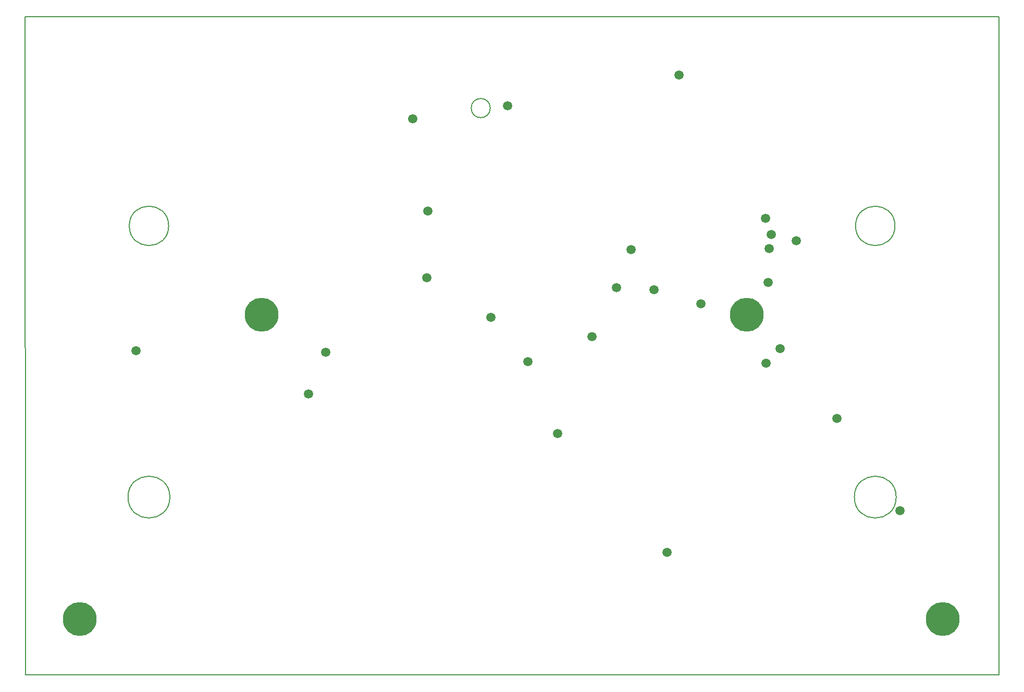
<source format=gbl>
G04 #@! TF.GenerationSoftware,KiCad,Pcbnew,(5.1.5)-3*
G04 #@! TF.CreationDate,2020-04-28T11:43:09+02:00*
G04 #@! TF.ProjectId,carecasetesterpogo,63617265-6361-4736-9574-657374657270,rev?*
G04 #@! TF.SameCoordinates,Original*
G04 #@! TF.FileFunction,Copper,L2,Bot*
G04 #@! TF.FilePolarity,Positive*
%FSLAX46Y46*%
G04 Gerber Fmt 4.6, Leading zero omitted, Abs format (unit mm)*
G04 Created by KiCad (PCBNEW (5.1.5)-3) date 2020-04-28 11:43:09*
%MOMM*%
%LPD*%
G04 APERTURE LIST*
%ADD10C,0.200000*%
%ADD11C,5.500000*%
%ADD12C,1.500000*%
G04 APERTURE END LIST*
D10*
X235310000Y-63480000D02*
X235290000Y-170410000D01*
X77070000Y-63480000D02*
X235310000Y-63480000D01*
X77150000Y-170400000D02*
X77070000Y-63480000D01*
X77150000Y-170400000D02*
X235290000Y-170410000D01*
X152660000Y-78311679D02*
G75*
G03X152660000Y-78311679I-1550000J0D01*
G01*
X100610000Y-141520000D02*
G75*
G03X100610000Y-141520000I-3400000J0D01*
G01*
X218610000Y-141520000D02*
G75*
G03X218610000Y-141520000I-3400000J0D01*
G01*
X218410000Y-97450000D02*
G75*
G03X218410000Y-97450000I-3200000J0D01*
G01*
X100410000Y-97450000D02*
G75*
G03X100410000Y-97450000I-3200000J0D01*
G01*
D11*
X115500000Y-111900000D03*
X194300000Y-111900000D03*
X86000000Y-161300000D03*
X226200000Y-161300000D03*
D12*
X209010000Y-128710000D03*
X158810000Y-119470000D03*
X142380000Y-105900000D03*
X181370000Y-150490000D03*
X197450000Y-119730000D03*
X123140000Y-124730000D03*
X140090000Y-80060000D03*
X202340000Y-99850000D03*
X186880000Y-110110000D03*
X142510000Y-95070000D03*
X175540000Y-101310000D03*
X183310000Y-72950000D03*
X197770000Y-106670000D03*
X173190000Y-107480000D03*
X125910000Y-118010000D03*
X199760000Y-117430000D03*
X197960000Y-101130000D03*
X152770000Y-112340000D03*
X198300000Y-98850000D03*
X219210000Y-143720000D03*
X197380000Y-96230000D03*
X95110000Y-117700000D03*
X155490000Y-77940000D03*
X169170000Y-115480000D03*
X163560000Y-131230000D03*
X179280000Y-107790000D03*
M02*

</source>
